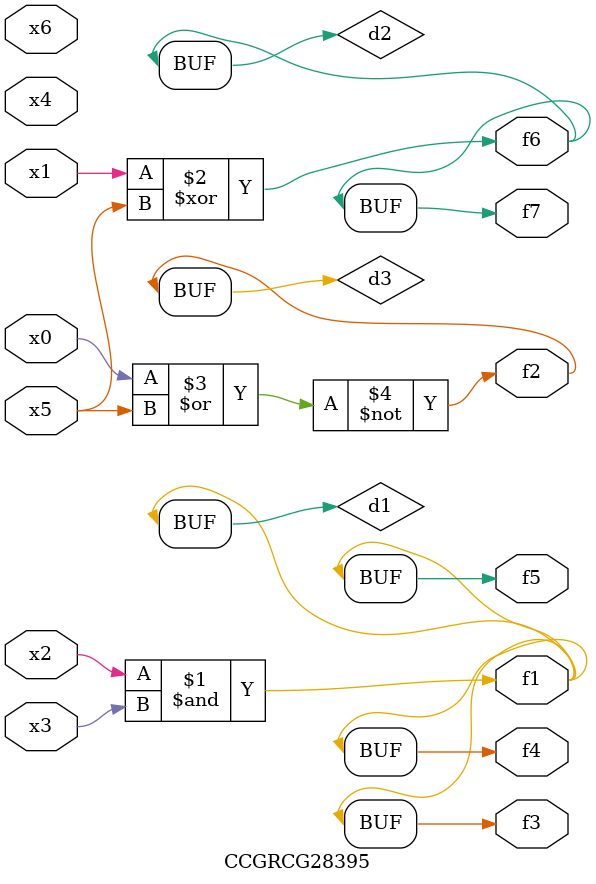
<source format=v>
module CCGRCG28395(
	input x0, x1, x2, x3, x4, x5, x6,
	output f1, f2, f3, f4, f5, f6, f7
);

	wire d1, d2, d3;

	and (d1, x2, x3);
	xor (d2, x1, x5);
	nor (d3, x0, x5);
	assign f1 = d1;
	assign f2 = d3;
	assign f3 = d1;
	assign f4 = d1;
	assign f5 = d1;
	assign f6 = d2;
	assign f7 = d2;
endmodule

</source>
